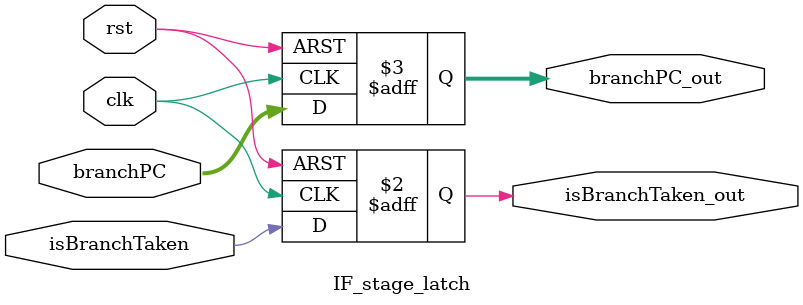
<source format=v>
module IF_stage_latch (
    
    input clk,                   // Clock signal
    input rst,                   // Reset signal
    input isBranchTaken,         // Control signal for branching
    input [31:0] branchPC,       // Branch target address
    output reg isBranchTaken_out, // Output for isBranchTaken
    output reg [31:0] branchPC_out // Output for branchPC
);
    // On clock edge, update outputs or reset
    always @(posedge clk or posedge rst) begin
        if (rst) begin
            // Reset outputs
            isBranchTaken_out <= 1'b0; // Reset output of isBranchTaken
            branchPC_out <= 32'b0;      // Reset output of branchPC
        end else begin
            // Latch the inputs
            isBranchTaken_out <= isBranchTaken; // Latch the input
            branchPC_out <= branchPC;           // Latch the input
        end
    end
endmodule

</source>
